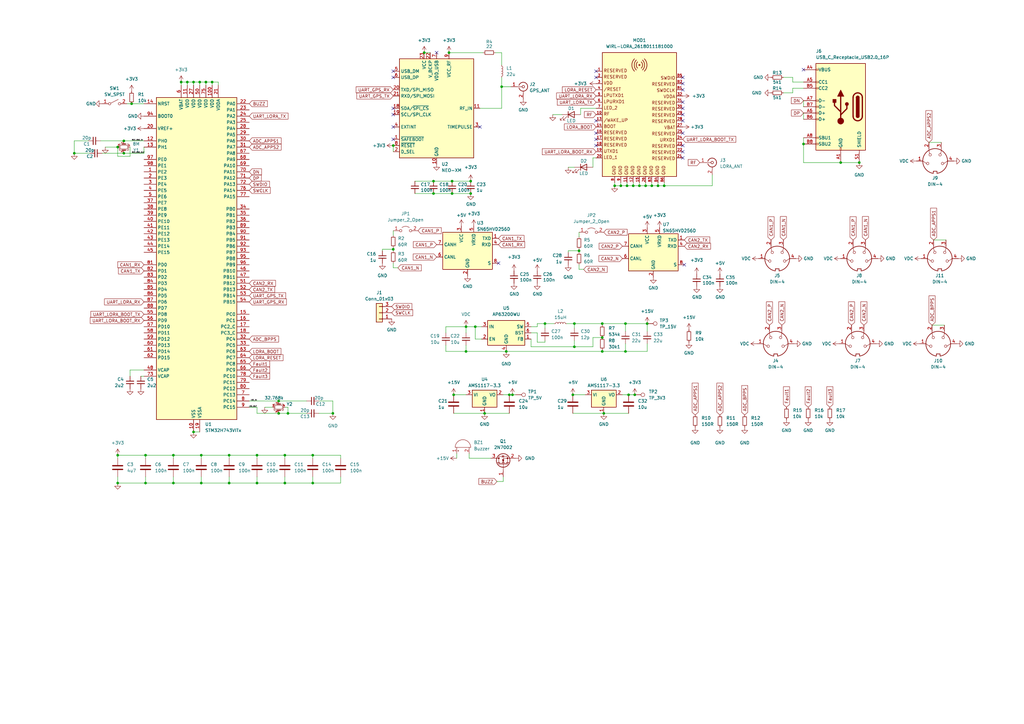
<source format=kicad_sch>
(kicad_sch (version 20230121) (generator eeschema)
  (paper "A3")
  (title_block (title "Control Board") (date "2025-09-13") (rev "0.0.1") (company "NCKU Formula Racing"))
  (junction (at 173.99 21.59))
  (junction (at 30.48 62.865))
  (junction (at 53.975 42.545))
  (junction (at 48.26 60.325))
  (junction (at 50.8 57.785))
  (junction (at 59.69 186.69))
  (junction (at 74.295 33.655))
  (junction (at 184.15 21.59))
  (junction (at 254.635 76.2))
  (junction (at 161.29 102.235))
  (junction (at 329.565 59.055))
  (junction (at 128.27 198.12))
  (junction (at 116.84 198.12))
  (junction (at 48.26 186.69))
  (junction (at 234.95 161.925))
  (junction (at 269.875 76.2))
  (junction (at 161.29 59.69))
  (junction (at 210.185 161.925))
  (junction (at 259.715 76.2))
  (junction (at 81.915 33.655))
  (junction (at 79.375 33.655))
  (junction (at 82.55 186.69))
  (junction (at 264.795 76.2))
  (junction (at 118.11 169.545))
  (junction (at 186.055 161.925))
  (junction (at 247.015 138.43))
  (junction (at 256.54 144.145))
  (junction (at 256.54 132.715))
  (junction (at 114.3 169.545))
  (junction (at 82.55 198.12))
  (junction (at 262.255 76.2))
  (junction (at 71.12 186.69))
  (junction (at 247.65 169.545))
  (junction (at 257.175 76.2))
  (junction (at 205.74 35.56))
  (junction (at 344.805 66.675))
  (junction (at 185.42 74.295))
  (junction (at 93.98 186.69))
  (junction (at 71.12 198.12))
  (junction (at 235.585 132.715))
  (junction (at 235.585 142.24))
  (junction (at 93.98 198.12))
  (junction (at 272.415 76.2))
  (junction (at 237.49 102.87))
  (junction (at 260.35 161.925))
  (junction (at 185.42 79.375))
  (junction (at 50.8 62.865))
  (junction (at 198.755 169.545))
  (junction (at 76.835 33.655))
  (junction (at 105.41 198.12))
  (junction (at 352.425 66.675))
  (junction (at 79.375 177.165))
  (junction (at 114.3 164.465))
  (junction (at 257.81 161.925))
  (junction (at 116.84 186.69))
  (junction (at 136.525 169.545))
  (junction (at 191.135 144.145))
  (junction (at 59.69 198.12))
  (junction (at 177.8 79.375))
  (junction (at 267.335 76.2))
  (junction (at 252.095 76.2))
  (junction (at 208.915 161.925))
  (junction (at 128.27 186.69))
  (junction (at 265.43 132.715))
  (junction (at 48.26 198.12))
  (junction (at 247.015 132.715))
  (junction (at 193.04 74.295))
  (junction (at 207.645 144.145))
  (junction (at 86.995 33.655))
  (junction (at 84.455 33.655))
  (junction (at 191.135 133.985))
  (junction (at 193.04 79.375))
  (junction (at 194.945 133.985))
  (junction (at 105.41 186.69))
  (junction (at 247.015 144.145))
  (junction (at 223.52 132.715))
  (junction (at 177.8 74.295))
  (no_connect (at 244.475 49.53))
  (no_connect (at 280.035 54.61))
  (no_connect (at 244.475 57.15))
  (no_connect (at 280.035 64.77))
  (no_connect (at 244.475 54.61))
  (no_connect (at 161.29 52.07))
  (no_connect (at 244.475 31.75))
  (no_connect (at 244.475 29.21))
  (no_connect (at 280.035 31.75))
  (no_connect (at 280.035 46.99))
  (no_connect (at 244.475 59.69))
  (no_connect (at 161.29 31.75))
  (no_connect (at 280.035 44.45))
  (no_connect (at 204.47 107.95))
  (no_connect (at 161.29 46.99))
  (no_connect (at 196.85 52.07))
  (no_connect (at 280.035 62.23))
  (no_connect (at 280.035 34.29))
  (no_connect (at 329.565 28.575))
  (no_connect (at 280.67 108.585))
  (no_connect (at 280.035 59.69))
  (no_connect (at 280.035 41.91))
  (no_connect (at 280.035 49.53))
  (no_connect (at 280.035 36.83))
  (no_connect (at 161.29 44.45))
  (no_connect (at 161.29 29.21))
  (no_connect (at 179.07 21.59))
  (no_connect (at 161.29 57.15))
  (wire (pts (xy 203.835 197.485) (xy 206.375 197.485)))
  (wire (pts (xy 76.835 33.655) (xy 79.375 33.655)))
  (wire (pts (xy 43.18 60.325) (xy 48.26 60.325)))
  (wire (pts (xy 254.635 76.2) (xy 257.175 76.2)))
  (wire (pts (xy 163.195 109.855) (xy 161.29 109.855)))
  (wire (pts (xy 82.55 186.69) (xy 82.55 187.96)))
  (wire (pts (xy 59.69 198.12) (xy 71.12 198.12)))
  (wire (pts (xy 269.875 74.93) (xy 269.875 76.2)))
  (wire (pts (xy 82.55 186.69) (xy 71.12 186.69)))
  (wire (pts (xy 136.525 164.465) (xy 130.81 164.465)))
  (wire (pts (xy 329.565 66.675) (xy 344.805 66.675)))
  (wire (pts (xy 48.26 198.12) (xy 59.69 198.12)))
  (wire (pts (xy 257.175 76.2) (xy 259.715 76.2)))
  (wire (pts (xy 52.07 42.545) (xy 53.975 42.545)))
  (wire (pts (xy 114.3 164.465) (xy 102.235 164.465)))
  (wire (pts (xy 182.88 133.985) (xy 182.88 136.525)))
  (wire (pts (xy 105.41 186.69) (xy 93.98 186.69)))
  (wire (pts (xy 161.29 59.69) (xy 161.29 62.23)))
  (wire (pts (xy 257.81 161.925) (xy 255.27 161.925)))
  (wire (pts (xy 206.375 197.485) (xy 206.375 195.58)))
  (wire (pts (xy 256.54 144.145) (xy 265.43 144.145)))
  (wire (pts (xy 235.585 132.715) (xy 247.015 132.715)))
  (wire (pts (xy 220.345 132.715) (xy 223.52 132.715)))
  (wire (pts (xy 48.26 186.69) (xy 59.69 186.69)))
  (wire (pts (xy 118.11 169.545) (xy 114.3 169.545)))
  (wire (pts (xy 259.715 74.93) (xy 259.715 76.2)))
  (wire (pts (xy 192.405 186.055) (xy 192.405 187.96)))
  (wire (pts (xy 267.335 76.2) (xy 269.875 76.2)))
  (wire (pts (xy 186.055 169.545) (xy 198.755 169.545)))
  (wire (pts (xy 161.29 101.6) (xy 161.29 102.235)))
  (wire (pts (xy 41.275 57.785) (xy 50.8 57.785)))
  (wire (pts (xy 233.045 102.87) (xy 233.045 103.505)))
  (wire (pts (xy 139.7 187.96) (xy 139.7 186.69)))
  (wire (pts (xy 198.755 169.545) (xy 208.915 169.545)))
  (wire (pts (xy 243.205 138.43) (xy 247.015 138.43)))
  (wire (pts (xy 264.795 76.2) (xy 267.335 76.2)))
  (wire (pts (xy 50.8 62.865) (xy 59.055 62.865)))
  (wire (pts (xy 217.805 136.525) (xy 220.345 136.525)))
  (wire (pts (xy 116.84 198.12) (xy 116.84 195.58)))
  (wire (pts (xy 238.125 44.45) (xy 244.475 44.45)))
  (wire (pts (xy 329.565 59.055) (xy 329.565 66.675)))
  (wire (pts (xy 114.3 169.545) (xy 105.41 169.545)))
  (wire (pts (xy 191.135 133.985) (xy 191.135 136.525)))
  (wire (pts (xy 262.255 74.93) (xy 262.255 76.2)))
  (wire (pts (xy 247.015 143.51) (xy 247.015 144.145)))
  (wire (pts (xy 161.29 102.235) (xy 161.29 102.87)))
  (wire (pts (xy 53.34 60.325) (xy 53.34 64.135)))
  (wire (pts (xy 208.915 161.925) (xy 206.375 161.925)))
  (wire (pts (xy 84.455 33.655) (xy 84.455 34.925)))
  (wire (pts (xy 57.785 154.305) (xy 59.055 154.305)))
  (wire (pts (xy 48.26 64.135) (xy 48.26 60.325)))
  (wire (pts (xy 252.095 76.2) (xy 254.635 76.2)))
  (wire (pts (xy 93.98 198.12) (xy 105.41 198.12)))
  (wire (pts (xy 81.915 33.655) (xy 81.915 34.925)))
  (wire (pts (xy 136.525 169.545) (xy 130.81 169.545)))
  (wire (pts (xy 170.18 79.375) (xy 177.8 79.375)))
  (wire (pts (xy 237.49 95.25) (xy 237.49 97.155)))
  (wire (pts (xy 139.7 198.12) (xy 139.7 195.58)))
  (wire (pts (xy 182.88 133.985) (xy 191.135 133.985)))
  (wire (pts (xy 53.975 42.545) (xy 59.055 42.545)))
  (wire (pts (xy 79.375 177.165) (xy 81.915 177.165)))
  (wire (pts (xy 173.99 21.59) (xy 176.53 21.59)))
  (wire (pts (xy 247.015 133.35) (xy 247.015 132.715)))
  (wire (pts (xy 220.345 140.335) (xy 223.52 140.335)))
  (wire (pts (xy 235.585 132.715) (xy 235.585 134.62)))
  (wire (pts (xy 329.565 56.515) (xy 329.565 59.055)))
  (wire (pts (xy 205.74 44.45) (xy 205.74 35.56)))
  (wire (pts (xy 128.27 195.58) (xy 128.27 198.12)))
  (wire (pts (xy 382.27 133.35) (xy 387.35 133.35)))
  (wire (pts (xy 243.205 68.58) (xy 243.205 64.77)))
  (wire (pts (xy 59.69 195.58) (xy 59.69 198.12)))
  (wire (pts (xy 128.27 186.69) (xy 128.27 187.96)))
  (wire (pts (xy 41.91 62.865) (xy 50.8 62.865)))
  (wire (pts (xy 194.945 139.065) (xy 197.485 139.065)))
  (wire (pts (xy 105.41 198.12) (xy 116.84 198.12)))
  (wire (pts (xy 223.52 134.62) (xy 223.52 132.715)))
  (wire (pts (xy 259.715 76.2) (xy 262.255 76.2)))
  (wire (pts (xy 191.135 144.145) (xy 207.645 144.145)))
  (wire (pts (xy 325.12 33.655) (xy 329.565 33.655)))
  (wire (pts (xy 93.98 186.69) (xy 93.98 187.96)))
  (wire (pts (xy 257.175 74.93) (xy 257.175 76.2)))
  (wire (pts (xy 111.76 167.005) (xy 108.585 167.005)))
  (wire (pts (xy 325.12 38.1) (xy 321.31 38.1)))
  (wire (pts (xy 71.12 195.58) (xy 71.12 198.12)))
  (wire (pts (xy 161.29 109.855) (xy 161.29 107.95)))
  (wire (pts (xy 74.295 34.925) (xy 74.295 33.655)))
  (wire (pts (xy 256.54 135.89) (xy 256.54 132.715)))
  (wire (pts (xy 184.15 21.59) (xy 198.12 21.59)))
  (wire (pts (xy 256.54 144.145) (xy 247.015 144.145)))
  (wire (pts (xy 237.49 110.49) (xy 237.49 108.585)))
  (wire (pts (xy 48.26 195.58) (xy 48.26 198.12)))
  (wire (pts (xy 177.8 74.295) (xy 185.42 74.295)))
  (wire (pts (xy 205.74 35.56) (xy 209.55 35.56)))
  (wire (pts (xy 79.375 33.655) (xy 79.375 34.925)))
  (wire (pts (xy 220.345 133.985) (xy 217.805 133.985)))
  (wire (pts (xy 30.48 57.785) (xy 36.195 57.785)))
  (wire (pts (xy 59.69 186.69) (xy 59.69 187.96)))
  (wire (pts (xy 269.875 76.2) (xy 272.415 76.2)))
  (wire (pts (xy 205.74 31.75) (xy 205.74 35.56)))
  (wire (pts (xy 187.325 187.96) (xy 187.325 186.055)))
  (wire (pts (xy 53.34 151.765) (xy 53.34 154.305)))
  (wire (pts (xy 161.29 94.615) (xy 161.29 96.52)))
  (wire (pts (xy 59.055 62.865) (xy 59.055 60.325)))
  (wire (pts (xy 125.73 169.545) (xy 118.11 169.545)))
  (wire (pts (xy 382.905 98.425) (xy 387.985 98.425)))
  (wire (pts (xy 79.375 33.655) (xy 81.915 33.655)))
  (wire (pts (xy 105.41 195.58) (xy 105.41 198.12)))
  (wire (pts (xy 262.255 76.2) (xy 264.795 76.2)))
  (wire (pts (xy 71.12 186.69) (xy 59.69 186.69)))
  (wire (pts (xy 125.73 164.465) (xy 114.3 164.465)))
  (wire (pts (xy 185.42 74.295) (xy 193.04 74.295)))
  (wire (pts (xy 256.54 140.97) (xy 256.54 144.145)))
  (wire (pts (xy 381 58.42) (xy 386.08 58.42)))
  (wire (pts (xy 265.43 140.97) (xy 265.43 144.145)))
  (wire (pts (xy 53.34 64.135) (xy 48.26 64.135)))
  (wire (pts (xy 247.015 132.715) (xy 256.54 132.715)))
  (wire (pts (xy 234.95 169.545) (xy 247.65 169.545)))
  (wire (pts (xy 247.65 169.545) (xy 257.81 169.545)))
  (wire (pts (xy 235.585 142.24) (xy 243.205 142.24)))
  (wire (pts (xy 243.205 142.24) (xy 243.205 138.43)))
  (wire (pts (xy 71.12 186.69) (xy 71.12 187.96)))
  (wire (pts (xy 105.41 186.69) (xy 116.84 186.69)))
  (wire (pts (xy 136.525 169.545) (xy 136.525 164.465)))
  (wire (pts (xy 59.055 151.765) (xy 53.34 151.765)))
  (wire (pts (xy 264.795 74.93) (xy 264.795 76.2)))
  (wire (pts (xy 256.54 132.715) (xy 265.43 132.715)))
  (wire (pts (xy 254.635 74.93) (xy 254.635 76.2)))
  (wire (pts (xy 205.74 21.59) (xy 205.74 26.67)))
  (wire (pts (xy 217.805 139.065) (xy 217.805 142.24)))
  (wire (pts (xy 226.695 46.99) (xy 230.505 46.99)))
  (wire (pts (xy 325.12 31.75) (xy 325.12 33.655)))
  (wire (pts (xy 329.565 36.195) (xy 325.12 36.195)))
  (wire (pts (xy 71.12 198.12) (xy 82.55 198.12)))
  (wire (pts (xy 82.55 195.58) (xy 82.55 198.12)))
  (wire (pts (xy 116.84 167.005) (xy 118.11 167.005)))
  (wire (pts (xy 243.205 64.77) (xy 244.475 64.77)))
  (wire (pts (xy 128.27 198.12) (xy 139.7 198.12)))
  (wire (pts (xy 267.335 74.93) (xy 267.335 76.2)))
  (wire (pts (xy 156.845 102.235) (xy 161.29 102.235)))
  (wire (pts (xy 93.98 195.58) (xy 93.98 198.12)))
  (wire (pts (xy 292.1 76.2) (xy 292.1 71.755)))
  (wire (pts (xy 105.41 169.545) (xy 105.41 167.005)))
  (wire (pts (xy 186.055 161.925) (xy 191.135 161.925)))
  (wire (pts (xy 321.31 31.75) (xy 325.12 31.75)))
  (wire (pts (xy 329.565 46.355) (xy 329.565 48.895)))
  (wire (pts (xy 156.845 102.235) (xy 156.845 102.87)))
  (wire (pts (xy 105.41 186.69) (xy 105.41 187.96)))
  (wire (pts (xy 105.41 167.005) (xy 102.235 167.005)))
  (wire (pts (xy 260.35 161.925) (xy 257.81 161.925)))
  (wire (pts (xy 182.88 141.605) (xy 182.88 144.145)))
  (wire (pts (xy 325.12 36.195) (xy 325.12 38.1)))
  (wire (pts (xy 48.26 187.96) (xy 48.26 186.69)))
  (wire (pts (xy 50.8 57.785) (xy 59.055 57.785)))
  (wire (pts (xy 93.98 186.69) (xy 82.55 186.69)))
  (wire (pts (xy 329.565 41.275) (xy 329.565 43.815)))
  (wire (pts (xy 177.8 79.375) (xy 185.42 79.375)))
  (wire (pts (xy 234.95 161.925) (xy 240.03 161.925)))
  (wire (pts (xy 89.535 34.925) (xy 89.535 33.655)))
  (wire (pts (xy 237.49 102.87) (xy 237.49 103.505)))
  (wire (pts (xy 210.185 161.925) (xy 208.915 161.925)))
  (wire (pts (xy 76.835 33.655) (xy 76.835 34.925)))
  (wire (pts (xy 237.49 102.235) (xy 237.49 102.87)))
  (wire (pts (xy 191.135 133.985) (xy 194.945 133.985)))
  (wire (pts (xy 185.42 79.375) (xy 193.04 79.375)))
  (wire (pts (xy 89.535 33.655) (xy 86.995 33.655)))
  (wire (pts (xy 220.345 136.525) (xy 220.345 140.335)))
  (wire (pts (xy 170.18 74.295) (xy 177.8 74.295)))
  (wire (pts (xy 211.455 161.925) (xy 210.185 161.925)))
  (wire (pts (xy 223.52 140.335) (xy 223.52 139.7)))
  (wire (pts (xy 191.135 141.605) (xy 191.135 144.145)))
  (wire (pts (xy 344.805 66.675) (xy 352.425 66.675)))
  (wire (pts (xy 233.045 68.58) (xy 235.585 68.58)))
  (wire (pts (xy 233.045 102.87) (xy 237.49 102.87)))
  (wire (pts (xy 118.11 167.005) (xy 118.11 169.545)))
  (wire (pts (xy 265.43 132.715) (xy 265.43 135.89)))
  (wire (pts (xy 220.345 132.715) (xy 220.345 133.985)))
  (wire (pts (xy 194.945 133.985) (xy 197.485 133.985)))
  (wire (pts (xy 272.415 76.2) (xy 292.1 76.2)))
  (wire (pts (xy 232.41 132.715) (xy 235.585 132.715)))
  (wire (pts (xy 192.405 187.96) (xy 201.295 187.96)))
  (wire (pts (xy 30.48 62.865) (xy 36.83 62.865)))
  (wire (pts (xy 247.015 144.145) (xy 207.645 144.145)))
  (wire (pts (xy 196.85 44.45) (xy 205.74 44.45)))
  (wire (pts (xy 86.995 33.655) (xy 86.995 34.925)))
  (wire (pts (xy 84.455 33.655) (xy 86.995 33.655)))
  (wire (pts (xy 128.27 186.69) (xy 139.7 186.69)))
  (wire (pts (xy 252.095 74.93) (xy 252.095 76.2)))
  (wire (pts (xy 116.84 186.69) (xy 116.84 187.96)))
  (wire (pts (xy 238.125 44.45) (xy 238.125 46.99)))
  (wire (pts (xy 116.84 198.12) (xy 128.27 198.12)))
  (wire (pts (xy 203.2 21.59) (xy 205.74 21.59)))
  (wire (pts (xy 74.295 33.655) (xy 76.835 33.655)))
  (wire (pts (xy 223.52 132.715) (xy 227.33 132.715)))
  (wire (pts (xy 235.585 142.24) (xy 235.585 139.7)))
  (wire (pts (xy 82.55 198.12) (xy 93.98 198.12)))
  (wire (pts (xy 30.48 62.865) (xy 30.48 57.785)))
  (wire (pts (xy 194.945 133.985) (xy 194.945 139.065)))
  (wire (pts (xy 116.84 186.69) (xy 128.27 186.69)))
  (wire (pts (xy 239.395 110.49) (xy 237.49 110.49)))
  (wire (pts (xy 182.88 144.145) (xy 191.135 144.145)))
  (wire (pts (xy 81.915 33.655) (xy 84.455 33.655)))
  (wire (pts (xy 217.805 142.24) (xy 235.585 142.24)))
  (wire (pts (xy 272.415 74.93) (xy 272.415 76.2)))
  (label "LSE_OUT" (at 105.41 167.005 180) (effects (font (size 0.5 0.5))))
  (label "LSE_IN" (at 105.41 164.465 180) (effects (font (size 0.5 0.5))))
  (label "RCC_OSC_OUT" (at 53.975 62.865 0) (effects (font (size 0.5 0.5))))
  (label "RCC_OSC_IN" (at 53.975 57.785 0) (effects (font (size 0.5 0.5))))
  (global_label "LORA_BOOT" (shape input) (at 244.475 52.07 180) (property "Intersheetrefs" "${INTERSHEET_REFS}" (effects hide)))
  (global_label "CAN2_P" (shape input) (at 315.595 133.35 90) (property "Intersheetrefs" "${INTERSHEET_REFS}" (effects hide)))
  (global_label "CAN2_N" (shape input) (at 320.675 133.35 90) (property "Intersheetrefs" "${INTERSHEET_REFS}" (effects hide)))
  (global_label "LORA_RESET" (shape input) (at 244.475 36.83 180) (property "Intersheetrefs" "${INTERSHEET_REFS}" (effects hide)))
  (global_label "CAN2_N" (shape input) (at 255.27 106.045 180) (property "Intersheetrefs" "${INTERSHEET_REFS}" (effects hide)))
  (global_label "Fault1" (shape input) (at 322.58 167.005 90) (property "Intersheetrefs" "${INTERSHEET_REFS}" (effects hide)))
  (global_label "UART_GPS_RX" (shape input) (at 161.29 36.83 180) (property "Intersheetrefs" "${INTERSHEET_REFS}" (effects hide)))
  (global_label "CAN1_N" (shape input) (at 163.195 109.855 0) (property "Intersheetrefs" "${INTERSHEET_REFS}" (effects hide)))
  (global_label "SWDIO" (shape input) (at 160.655 125.73 0) (property "Intersheetrefs" "${INTERSHEET_REFS}" (effects hide)))
  (global_label "ADC_APPS2" (shape input) (at 295.275 170.18 90) (property "Intersheetrefs" "${INTERSHEET_REFS}" (effects hide)))
  (global_label "CAN2_TX" (shape input) (at 280.67 98.425 0) (property "Intersheetrefs" "${INTERSHEET_REFS}" (effects hide)))
  (global_label "CAN1_N" (shape input) (at 179.07 105.41 180) (property "Intersheetrefs" "${INTERSHEET_REFS}" (effects hide)))
  (global_label "Fault2" (shape input) (at 102.235 151.765 0) (property "Intersheetrefs" "${INTERSHEET_REFS}" (effects hide)))
  (global_label "CAN1_RX" (shape input) (at 59.055 108.585 180) (property "Intersheetrefs" "${INTERSHEET_REFS}" (effects hide)))
  (global_label "UART_GPS_TX" (shape input) (at 102.235 121.285 0) (property "Intersheetrefs" "${INTERSHEET_REFS}" (effects hide)))
  (global_label "ADC_APPS2" (shape input) (at 381 58.42 90) (property "Intersheetrefs" "${INTERSHEET_REFS}" (effects hide)))
  (global_label "CAN1_TX" (shape input) (at 204.47 97.79 0) (property "Intersheetrefs" "${INTERSHEET_REFS}" (effects hide)))
  (global_label "CAN1_P" (shape input) (at 316.23 98.425 90) (property "Intersheetrefs" "${INTERSHEET_REFS}" (effects hide)))
  (global_label "DN" (shape input) (at 102.235 70.485 0) (property "Intersheetrefs" "${INTERSHEET_REFS}" (effects hide)))
  (global_label "ADC_APPS1" (shape input) (at 285.115 170.18 90) (property "Intersheetrefs" "${INTERSHEET_REFS}" (effects hide)))
  (global_label "UART_LORA_BOOT_TX" (shape input) (at 280.035 57.15 0) (property "Intersheetrefs" "${INTERSHEET_REFS}" (effects hide)))
  (global_label "CAN1_TX" (shape input) (at 59.055 111.125 180) (property "Intersheetrefs" "${INTERSHEET_REFS}" (effects hide)))
  (global_label "CAN2_N" (shape input) (at 239.395 110.49 0) (property "Intersheetrefs" "${INTERSHEET_REFS}" (effects hide)))
  (global_label "CAN1_P" (shape input) (at 179.07 100.33 180) (property "Intersheetrefs" "${INTERSHEET_REFS}" (effects hide)))
  (global_label "UART_LORA_RX" (shape input) (at 244.475 39.37 180) (property "Intersheetrefs" "${INTERSHEET_REFS}" (effects hide)))
  (global_label "Fault1" (shape input) (at 102.235 149.225 0) (property "Intersheetrefs" "${INTERSHEET_REFS}" (effects hide)))
  (global_label "ADC_APPS1" (shape input) (at 382.905 98.425 90) (property "Intersheetrefs" "${INTERSHEET_REFS}" (effects hide)))
  (global_label "SWCLK" (shape input) (at 160.655 128.27 0) (property "Intersheetrefs" "${INTERSHEET_REFS}" (effects hide)))
  (global_label "CAN2_RX" (shape input) (at 280.67 100.965 0) (property "Intersheetrefs" "${INTERSHEET_REFS}" (effects hide)))
  (global_label "LORA_RESET" (shape input) (at 102.235 146.685 0) (property "Intersheetrefs" "${INTERSHEET_REFS}" (effects hide)))
  (global_label "DN" (shape input) (at 329.565 41.275 180) (property "Intersheetrefs" "${INTERSHEET_REFS}" (effects hide)))
  (global_label "SWCLK" (shape input) (at 102.235 78.105 0) (property "Intersheetrefs" "${INTERSHEET_REFS}" (effects hide)))
  (global_label "UART_LORA_TX" (shape input) (at 102.235 47.625 0) (property "Intersheetrefs" "${INTERSHEET_REFS}" (effects hide)))
  (global_label "UART_LORA_BOOT_TX" (shape input) (at 59.055 128.905 180) (property "Intersheetrefs" "${INTERSHEET_REFS}" (effects hide)))
  (global_label "CAN1_N" (shape input) (at 354.965 98.425 90) (property "Intersheetrefs" "${INTERSHEET_REFS}" (effects hide)))
  (global_label "Fault2" (shape input) (at 331.47 167.005 90) (property "Intersheetrefs" "${INTERSHEET_REFS}" (effects hide)))
  (global_label "CAN1_N" (shape input) (at 321.31 98.425 90) (property "Intersheetrefs" "${INTERSHEET_REFS}" (effects hide)))
  (global_label "UART_LORA_RX" (shape input) (at 59.055 123.825 180) (property "Intersheetrefs" "${INTERSHEET_REFS}" (effects hide)))
  (global_label "ADC_BPPS" (shape input) (at 102.235 139.065 0) (property "Intersheetrefs" "${INTERSHEET_REFS}" (effects hide)))
  (global_label "UART_LORA_TX" (shape input) (at 244.475 41.91 180) (property "Intersheetrefs" "${INTERSHEET_REFS}" (effects hide)))
  (global_label "CAN2_RX" (shape input) (at 102.235 116.205 0) (property "Intersheetrefs" "${INTERSHEET_REFS}" (effects hide)))
  (global_label "UART_LORA_BOOT_RX" (shape input) (at 59.055 131.445 180) (property "Intersheetrefs" "${INTERSHEET_REFS}" (effects hide)))
  (global_label "CAN2_N" (shape input) (at 354.33 133.35 90) (property "Intersheetrefs" "${INTERSHEET_REFS}" (effects hide)))
  (global_label "UART_GPS_RX" (shape input) (at 102.235 123.825 0) (property "Intersheetrefs" "${INTERSHEET_REFS}" (effects hide)))
  (global_label "RF" (shape input) (at 244.475 46.99 180) (property "Intersheetrefs" "${INTERSHEET_REFS}" (effects hide)))
  (global_label "Fault3" (shape input) (at 340.36 167.005 90) (property "Intersheetrefs" "${INTERSHEET_REFS}" (effects hide)))
  (global_label "CAN2_P" (shape input) (at 247.65 95.25 0) (property "Intersheetrefs" "${INTERSHEET_REFS}" (effects hide)))
  (global_label "RF" (shape input) (at 287.02 66.675 180) (property "Intersheetrefs" "${INTERSHEET_REFS}" (effects hide)))
  (global_label "SWDIO" (shape input) (at 102.235 75.565 0) (property "Intersheetrefs" "${INTERSHEET_REFS}" (effects hide)))
  (global_label "BUZZ" (shape input) (at 102.235 42.545 0) (property "Intersheetrefs" "${INTERSHEET_REFS}" (effects hide)))
  (global_label "ADC_APPS1" (shape input) (at 102.235 57.785 0) (property "Intersheetrefs" "${INTERSHEET_REFS}" (effects hide)))
  (global_label "CAN1_P" (shape input) (at 349.885 98.425 90) (property "Intersheetrefs" "${INTERSHEET_REFS}" (effects hide)))
  (global_label "DP" (shape input) (at 102.235 73.025 0) (property "Intersheetrefs" "${INTERSHEET_REFS}" (effects hide)))
  (global_label "BUZZ" (shape input) (at 203.835 197.485 180) (property "Intersheetrefs" "${INTERSHEET_REFS}" (effects hide)))
  (global_label "LORA_BOOT" (shape input) (at 102.235 144.145 0) (property "Intersheetrefs" "${INTERSHEET_REFS}" (effects hide)))
  (global_label "ADC_BPPS" (shape input) (at 305.435 170.18 90) (property "Intersheetrefs" "${INTERSHEET_REFS}" (effects hide)))
  (global_label "CAN2_P" (shape input) (at 255.27 100.965 180) (property "Intersheetrefs" "${INTERSHEET_REFS}" (effects hide)))
  (global_label "Fault3" (shape input) (at 102.235 154.305 0) (property "Intersheetrefs" "${INTERSHEET_REFS}" (effects hide)))
  (global_label "DP" (shape input) (at 329.565 46.355 180) (property "Intersheetrefs" "${INTERSHEET_REFS}" (effects hide)))
  (global_label "UART_GPS_TX" (shape input) (at 161.29 39.37 180) (property "Intersheetrefs" "${INTERSHEET_REFS}" (effects hide)))
  (global_label "CAN1_RX" (shape input) (at 204.47 100.33 0) (property "Intersheetrefs" "${INTERSHEET_REFS}" (effects hide)))
  (global_label "CAN2_P" (shape input) (at 349.25 133.35 90) (property "Intersheetrefs" "${INTERSHEET_REFS}" (effects hide)))
  (global_label "CAN2_TX" (shape input) (at 102.235 118.745 0) (property "Intersheetrefs" "${INTERSHEET_REFS}" (effects hide)))
  (global_label "ADC_APPS2" (shape input) (at 102.235 60.325 0) (property "Intersheetrefs" "${INTERSHEET_REFS}" (effects hide)))
  (global_label "CAN1_P" (shape input) (at 171.45 94.615 0) (property "Intersheetrefs" "${INTERSHEET_REFS}" (effects hide)))
  (global_label "ADC_BPPS" (shape input) (at 382.27 133.35 90) (property "Intersheetrefs" "${INTERSHEET_REFS}" (effects hide)))
  (global_label "UART_LORA_BOOT_RX" (shape input) (at 244.475 62.23 180) (property "Intersheetrefs" "${INTERSHEET_REFS}" (effects hide)))
  (symbol (lib_id "Device:C") (at 139.7 191.77 0) (unit 1)
    (property "Reference" "C15" (at 143.51 190.5 0) (effects (justify left)))
    (property "Value" "100n" (at 143.51 193.04 0) (effects (justify left)))
    (property "Footprint" "Capacitor_SMD:C_0603_1608Metric" (effects hide))
  )
  (symbol (lib_id "power:GND") (at 59.055 47.625 270) (unit 1)
    (property "Reference" "#PWR09" (effects hide))
    (property "Value" "GND" (at 56.515 47.625 90) (effects (justify right)))
  )
  (symbol (lib_id "power:GND") (at 285.115 175.26 0) (unit 1)
    (property "Reference" "#PWR054" (effects hide))
    (property "Value" "GND" (at 285.115 181.61 0))
  )
  (symbol (lib_id "Connector:DIN-4") (at 383.54 66.04 0) (unit 1)
    (property "Reference" "J9" (at 383.5401 73.025 0))
    (property "Value" "DIN-4" (at 383.5401 75.565 0))
    (property "Datasheet" "http://www.mouser.com/ds/2/18/40_c091_abd_e-75918.pdf" (effects hide))
  )
  (symbol (lib_id "Connector_Generic:Conn_01x03") (at 155.575 128.27 180) (unit 1)
    (property "Reference" "J1" (at 155.575 120.015 0))
    (property "Value" "Conn_01x03" (at 155.575 122.555 0))
    (property "Footprint" "Connector_PinHeader_2.54mm:PinHeader_1x03_P2.54mm_Vertical" (effects hide))
  )
  (symbol (lib_id "Device:C") (at 128.27 191.77 0) (unit 1)
    (property "Reference" "C14" (at 132.08 190.5 0) (effects (justify left)))
    (property "Value" "100n" (at 132.08 193.04 0) (effects (justify left)))
    (property "Footprint" "Capacitor_SMD:C_0603_1608Metric" (effects hide))
  )
  (symbol (lib_id "power:VDC") (at 311.15 106.045 90) (unit 1)
    (property "Reference" "#PWR062" (effects hide))
    (property "Value" "VDC" (at 307.975 106.045 90) (effects (justify left)))
  )
  (symbol (lib_id "power:GND") (at 160.655 130.81 0) (unit 1)
    (property "Reference" "#PWR016" (effects hide))
    (property "Value" "GND" (at 160.655 135.255 0))
  )
  (symbol (lib_id "power:GND") (at 393.065 106.045 90) (unit 1)
    (property "Reference" "#PWR080" (effects hide))
    (property "Value" "GND" (at 396.24 106.045 90) (effects (justify right)))
  )
  (symbol (lib_id "Device:L_Small") (at 205.74 29.21 0) (unit 1)
    (property "Reference" "L1" (at 207.645 27.9399 0) (effects (justify left)))
    (property "Value" "22u" (at 207.645 30.4799 0) (effects (justify left)))
    (property "Footprint" "Inductor_SMD:L_0805_2012Metric" (effects hide))
  )
  (symbol (lib_id "Device:R_Small") (at 161.29 99.06 0) (unit 1)
    (property "Reference" "R2" (at 163.195 97.79 0) (effects (justify left)))
    (property "Value" "60R" (at 163.195 100.33 0) (effects (justify left)))
    (property "Footprint" "Resistor_SMD:R_0603_1608Metric" (effects hide))
  )
  (symbol (lib_id "Connector:Conn_Coaxial") (at 292.1 66.675 0) (unit 1)
    (property "Reference" "J3" (at 295.275 65.6982 0) (effects (justify left)))
    (property "Value" "LORA_ANT" (at 295.275 68.2382 0) (effects (justify left)))
    (property "Footprint" "Connector_Coaxial:SMA_Amphenol_901-143_Horizontal" (effects hide))
    (property "Datasheet" " ~" (effects hide))
  )
  (symbol (lib_id "power:GND") (at 198.755 169.545 0) (unit 1)
    (property "Reference" "#PWR029" (effects hide))
    (property "Value" "GND" (at 198.755 173.99 0))
  )
  (symbol (lib_id "Connector:DIN-4") (at 351.79 140.97 0) (unit 1)
    (property "Reference" "J7" (at 351.7901 147.955 0))
    (property "Value" "DIN-4" (at 351.7901 150.495 0))
    (property "Datasheet" "http://www.mouser.com/ds/2/18/40_c091_abd_e-75918.pdf" (effects hide))
  )
  (symbol (lib_id "power:GND") (at 220.345 116.205 0) (unit 1)
    (property "Reference" "#PWR037" (effects hide))
    (property "Value" "GND" (at 220.472 120.5992 0))
  )
  (symbol (lib_id "Device:C_Small") (at 193.04 76.835 0) (unit 1)
    (property "Reference" "C23" (at 195.3768 75.6666 0) (effects (justify left)))
    (property "Value" "1u" (at 195.3768 77.978 0) (effects (justify left)))
    (property "Footprint" "Capacitor_SMD:C_0603_1608Metric" (effects hide))
  )
  (symbol (lib_id "power:GND") (at 391.16 66.04 90) (unit 1)
    (property "Reference" "#PWR078" (effects hide))
    (property "Value" "GND" (at 394.335 66.04 90) (effects (justify right)))
  )
  (symbol (lib_id "Connector:USB_C_Receptacle_USB2.0_16P") (at 344.805 43.815 0) (mirror y) (unit 1)
    (property "Reference" "J6" (at 334.645 20.955 0) (effects (justify right)))
    (property "Value" "USB_C_Receptacle_USB2.0_16P" (at 334.645 23.495 0) (effects (justify right)))
    (property "Footprint" "Connector_USB:USB_C_Receptacle_HRO_TYPE-C-31-M-12" (effects hide))
    (property "Datasheet" "https://www.usb.org/sites/default/files/documents/usb_type-c.zip" (effects hide))
  )
  (symbol (lib_id "Device:Crystal_GND24_Small") (at 50.8 60.325 270) (unit 1)
    (property "Reference" "Y1" (at 55.88 61.595 90))
    (property "Value" "8M" (at 55.88 59.055 90))
    (property "Footprint" "Crystal:Crystal_SMD_SeikoEpson_FA238-4Pin_3.2x2.5mm" (effects hide))
  )
  (symbol (lib_id "WIRL-LORA_2618011181000:WIRL-LORA_2618011181000") (at 262.255 46.99 0) (unit 1)
    (property "Reference" "MOD1" (at 262.255 16.51 0))
    (property "Value" "WIRL-LORA_2618011181000" (at 262.255 19.05 0))
    (property "Footprint" "WIRL-LORA_2618011181000:WE-FP-8" (effects hide))
    (property "MF" "Wurth Elektronik" (effects hide))
    (property "Description" "ID 0018DA 008A 000000 - FFFFFF RF protocol: LoRa-WAN 868 MHz smart antenna configuration (RF pin or UMRF connector) with RF shield, 16 mm x15 mm x 3 mm" (effects hide))
    (property "Package" "None" (effects hide))
    (property "Price" "None" (effects hide))
    (property "SnapEDA_Link" "https://www.snapeda.com/parts/2618011181000/Wurth+Electronics/view-part/?ref=snap" (effects hide))
    (property "MP" "2618011181000" (effects hide))
    (property "Availability" "Not in stock" (effects hide))
    (property "Check_prices" "https://www.snapeda.com/parts/2618011181000/Wurth+Electronics/view-part/?ref=eda" (effects hide))
  )
  (symbol (lib_id "power:+5V") (at 234.95 161.925 0) (unit 1)
    (property "Reference" "#PWR041" (effects hide))
    (property "Value" "+5V" (at 234.95 156.845 0))
  )
  (symbol (lib_id "Regulator_Linear:AMS1117-3.3") (at 247.65 161.925 0) (unit 1)
    (property "Reference" "U6" (at 247.65 155.575 0))
    (property "Value" "AMS1117-3.3" (at 247.65 158.115 0))
    (property "Footprint" "Package_TO_SOT_SMD:SOT-223-3_TabPin2" (effects hide))
    (property "Datasheet" "http://www.advanced-monolithic.com/pdf/ds1117.pdf" (effects hide))
  )
  (symbol (lib_id "Device:C") (at 48.26 191.77 0) (unit 1)
    (property "Reference" "C3" (at 52.07 190.5 0) (effects (justify left)))
    (property "Value" "4u7" (at 52.07 193.04 0) (effects (justify left)))
    (property "Footprint" "Capacitor_SMD:C_0805_2012Metric" (effects hide))
  )
  (symbol (lib_id "Device:C_Small") (at 39.37 62.865 270) (unit 1)
    (property "Reference" "C2" (at 36.83 64.135 90))
    (property "Value" "20p" (at 36.83 61.595 90))
    (property "Footprint" "Capacitor_SMD:C_0603_1608Metric" (effects hide))
  )
  (symbol (lib_id "power:GND") (at 41.91 42.545 270) (unit 1)
    (property "Reference" "#PWR02" (effects hide))
    (property "Value" "GND" (at 39.37 42.545 90) (effects (justify right)))
  )
  (symbol (lib_id "power:GND") (at 316.23 31.75 270) (unit 1)
    (property "Reference" "#PWR063" (effects hide))
    (property "Value" "GND" (at 313.055 31.75 90) (effects (justify right)))
  )
  (symbol (lib_id "power:+3V3") (at 173.99 21.59 0) (unit 1)
    (property "Reference" "#PWR018" (effects hide))
    (property "Value" "+3V3" (at 173.99 16.51 0))
  )
  (symbol (lib_id "power:+3V3") (at 59.055 52.705 90) (unit 1)
    (property "Reference" "#PWR010" (effects hide))
    (property "Value" "+3V3" (at 55.88 52.705 90) (effects (justify left)))
  )
  (symbol (lib_id "Connector:DIN-4") (at 352.425 106.045 0) (unit 1)
    (property "Reference" "J8" (at 352.4251 113.03 0))
    (property "Value" "DIN-4" (at 352.4251 115.57 0))
    (property "Datasheet" "http://www.mouser.com/ds/2/18/40_c091_abd_e-75918.pdf" (effects hide))
  )
  (symbol (lib_id "Connector:DIN-4") (at 318.77 106.045 0) (unit 1)
    (property "Reference" "J5" (at 318.7701 113.03 0))
    (property "Value" "DIN-4" (at 318.7701 115.57 0))
    (property "Datasheet" "http://www.mouser.com/ds/2/18/40_c091_abd_e-75918.pdf" (effects hide))
  )
  (symbol (lib_id "power:GND") (at 295.275 117.475 0) (unit 1)
    (property "Reference" "#PWR058" (effects hide))
    (property "Value" "GND" (at 295.402 121.8692 0))
  )
  (symbol (lib_id "power:GND") (at 305.435 175.26 0) (unit 1)
    (property "Reference" "#PWR060" (effects hide))
    (property "Value" "GND" (at 305.435 181.61 0))
  )
  (symbol (lib_id "power:VDC") (at 377.825 106.045 90) (unit 1)
    (property "Reference" "#PWR077" (effects hide))
    (property "Value" "VDC" (at 374.65 106.045 90) (effects (justify left)))
  )
  (symbol (lib_id "Connector:DIN-4") (at 384.81 140.97 0) (unit 1)
    (property "Reference" "J10" (at 384.8101 147.955 0))
    (property "Value" "DIN-4" (at 384.8101 150.495 0))
    (property "Datasheet" "http://www.mouser.com/ds/2/18/40_c091_abd_e-75918.pdf" (effects hide))
  )
  (symbol (lib_id "power:+3V3") (at 74.295 33.655 0) (unit 1)
    (property "Reference" "#PWR011" (effects hide))
    (property "Value" "+3V3" (at 74.295 28.575 0))
  )
  (symbol (lib_id "power:GND") (at 392.43 140.97 90) (unit 1)
    (property "Reference" "#PWR079" (effects hide))
    (property "Value" "GND" (at 395.605 140.97 90) (effects (justify right)))
  )
  (symbol (lib_id "power:GND") (at 108.585 167.005 0) (mirror y) (unit 1)
    (property "Reference" "#PWR013" (effects hide))
    (property "Value" "GND" (effects hide))
  )
  (symbol (lib_id "Device:C_Small") (at 53.34 156.845 0) (mirror x) (unit 1)
    (property "Reference" "C4" (at 50.8 155.5686 0) (effects (justify right)))
    (property "Value" "2u2" (at 50.8 158.1086 0) (effects (justify right)))
    (property "Footprint" "Capacitor_SMD:C_0805_2012Metric" (effects hide))
  )
  (symbol (lib_id "Switch:SW_SPST") (at 46.99 42.545 0) (unit 1)
    (property "Reference" "SW1" (at 46.99 36.195 0))
    (property "Value" "SW_SPST" (at 46.99 38.735 0))
    (property "Footprint" "Button_Switch_SMD:SW_SPST_FSMSM" (effects hide))
  )
  (symbol (lib_id "Jumper:Jumper_2_Open") (at 166.37 94.615 0) (unit 1)
    (property "Reference" "JP1" (at 166.37 87.63 0))
    (property "Value" "Jumper_2_Open" (at 166.37 90.17 0))
    (property "Footprint" "PCM_Jumper_AKL:Jumper_P2.54mm_D1.2mm" (effects hide))
  )
  (symbol (lib_id "power:+3V3") (at 280.035 39.37 270) (unit 1)
    (property "Reference" "#PWR050" (effects hide))
    (property "Value" "+3V3" (at 283.845 39.37 90) (effects (justify left)))
  )
  (symbol (lib_id "Interface_CAN_LIN:SN65HVD256D") (at 191.77 102.87 0) (mirror y) (unit 1)
    (property "Reference" "U3" (at 195.58 91.44 0) (effects (justify right)))
    (property "Value" "SN65HVD256D" (at 195.58 93.98 0) (effects (justify right)))
    (property "Footprint" "Package_SO:SOIC-8_3.9x4.9mm_P1.27mm" (effects hide))
    (property "Datasheet" "https://www.ti.com/lit/ds/symlink/sn65hvd257.pdf" (effects hide))
  )
  (symbol (lib_id "Device:C_Small") (at 223.52 137.16 0) (unit 1)
    (property "Reference" "C27" (at 226.06 135.8963 0) (effects (justify left)))
    (property "Value" "100n" (at 226.06 138.4363 0) (effects (justify left)))
    (property "Footprint" "Capacitor_SMD:C_0603_1608Metric" (effects hide))
  )
  (symbol (lib_id "Device:C") (at 59.69 191.77 0) (unit 1)
    (property "Reference" "C6" (at 63.5 190.5 0) (effects (justify left)))
    (property "Value" "100n" (at 63.5 193.04 0) (effects (justify left)))
    (property "Footprint" "Capacitor_SMD:C_0603_1608Metric" (effects hide))
  )
  (symbol (lib_id "Device:LED") (at 234.315 46.99 0) (unit 1)
    (property "Reference" "D1" (at 234.315 44.45 0))
    (property "Value" "LED" (at 234.315 49.53 0))
    (property "Footprint" "LED_SMD:LED_0805_2012Metric" (effects hide))
  )
  (symbol (lib_id "power:+5V") (at 220.345 111.125 0) (unit 1)
    (property "Reference" "#PWR036" (effects hide))
    (property "Value" "+5V" (at 220.345 106.68 0))
  )
  (symbol (lib_id "power:GND") (at 325.755 140.97 90) (unit 1)
    (property "Reference" "#PWR066" (effects hide))
    (property "Value" "GND" (at 328.93 140.97 90) (effects (justify right)))
  )
  (symbol (lib_id "Device:C") (at 186.055 165.735 0) (unit 1)
    (property "Reference" "C21" (at 179.705 164.465 0) (effects (justify left)))
    (property "Value" "1u" (at 179.705 167.005 0) (effects (justify left)))
    (property "Footprint" "Capacitor_SMD:C_0603_1608Metric" (effects hide))
  )
  (symbol (lib_id "Device:R_Small") (at 282.575 137.795 0) (unit 1)
    (property "Reference" "R9" (at 285.115 136.525 0) (effects (justify left)))
    (property "Value" "10k" (at 285.115 139.065 0) (effects (justify left)))
    (property "Footprint" "Resistor_SMD:R_0603_1608Metric" (effects hide))
  )
  (symbol (lib_id "power:GND") (at 210.82 116.205 0) (unit 1)
    (property "Reference" "#PWR033" (effects hide))
    (property "Value" "GND" (at 210.947 120.5992 0))
  )
  (symbol (lib_id "Device:C") (at 93.98 191.77 0) (unit 1)
    (property "Reference" "C9" (at 97.79 190.5 0) (effects (justify left)))
    (property "Value" "100n" (at 97.79 193.04 0) (effects (justify left)))
    (property "Footprint" "Capacitor_SMD:C_0603_1608Metric" (effects hide))
  )
  (symbol (lib_id "Device:R_Small") (at 305.435 172.72 0) (unit 1)
    (property "Reference" "R12" (at 307.975 171.45 0) (effects (justify left)))
    (property "Value" "150R" (at 307.975 173.99 0) (effects (justify left)))
    (property "Footprint" "Resistor_SMD:R_0603_1608Metric" (effects hide))
  )
  (symbol (lib_id "power:+3V3") (at 161.29 59.69 90) (unit 1)
    (property "Reference" "#PWR017" (effects hide))
    (property "Value" "+3V3" (at 158.115 59.69 90) (effects (justify left)))
  )
  (symbol (lib_id "Device:C") (at 208.915 165.735 0) (unit 1)
    (property "Reference" "C24" (at 212.725 164.465 0) (effects (justify left)))
    (property "Value" "10u" (at 212.725 167.005 0) (effects (justify left)))
    (property "Footprint" "Capacitor_SMD:C_0805_2012Metric" (effects hide))
  )
  (symbol (lib_id "power:GND") (at 295.275 175.26 0) (unit 1)
    (property "Reference" "#PWR059" (effects hide))
    (property "Value" "GND" (at 295.275 181.61 0))
  )
  (symbol (lib_id "Device:L_Small") (at 229.87 132.715 90) (unit 1)
    (property "Reference" "L2" (at 229.87 127.635 90))
    (property "Value" "15uH" (at 229.87 130.175 90))
    (property "Footprint" "Inductor_SMD:L_Coilcraft_XAL6060-XXX" (effects hide))
  )
  (symbol (lib_id "power:GND") (at 136.525 169.545 0) (mirror y) (unit 1)
    (property "Reference" "#PWR014" (effects hide))
    (property "Value" "GND" (at 136.525 174.625 0))
  )
  (symbol (lib_id "Device:R_Small") (at 295.275 172.72 0) (unit 1)
    (property "Reference" "R11" (at 297.815 171.45 0) (effects (justify left)))
    (property "Value" "150R" (at 297.815 173.99 0) (effects (justify left)))
    (property "Footprint" "Resistor_SMD:R_0603_1608Metric" (effects hide))
  )
  (symbol (lib_id "power:GND") (at 207.645 144.145 0) (unit 1)
    (property "Reference" "#PWR030" (effects hide))
    (property "Value" "GND" (at 207.645 149.225 0))
  )
  (symbol (lib_id "power:GND") (at 233.045 68.58 0) (mirror y) (unit 1)
    (property "Reference" "#PWR039" (effects hide))
    (property "Value" "GND" (effects hide))
  )
  (symbol (lib_id "power:GND") (at 316.23 38.1 270) (unit 1)
    (property "Reference" "#PWR064" (effects hide))
    (property "Value" "GND" (at 312.42 38.1 90) (effects (justify right)))
  )
  (symbol (lib_id "Device:C_Small") (at 295.275 114.935 0) (unit 1)
    (property "Reference" "C35" (at 297.6118 113.7666 0) (effects (justify left)))
    (property "Value" "100n" (at 297.6118 116.078 0) (effects (justify left)))
    (property "Footprint" "Capacitor_SMD:C_0603_1608Metric" (effects hide))
  )
  (symbol (lib_id "power:GND") (at 352.425 66.675 0) (unit 1)
    (property "Reference" "#PWR072" (effects hide))
    (property "Value" "GND" (at 352.425 71.755 0))
  )
  (symbol (lib_id "Jumper:Jumper_2_Open") (at 242.57 95.25 0) (unit 1)
    (property "Reference" "JP2" (at 242.57 88.265 0))
    (property "Value" "Jumper_2_Open" (at 242.57 90.805 0))
    (property "Footprint" "PCM_Jumper_AKL:Jumper_P2.54mm_D1.2mm" (effects hide))
  )
  (symbol (lib_id "Device:C_Small") (at 185.42 76.835 0) (unit 1)
    (property "Reference" "C20" (at 187.7568 75.6666 0) (effects (justify left)))
    (property "Value" "100n" (at 187.7568 77.978 0) (effects (justify left)))
    (property "Footprint" "Capacitor_SMD:C_0603_1608Metric" (effects hide))
  )
  (symbol (lib_id "power:GND") (at 79.375 177.165 0) (unit 1)
    (property "Reference" "#PWR012" (effects hide))
    (property "Value" "GND" (effects hide))
  )
  (symbol (lib_id "power:GND") (at 179.07 67.31 0) (unit 1)
    (property "Reference" "#PWR019" (effects hide))
    (property "Value" "GND" (effects hide))
  )
  (symbol (lib_id "power:GND") (at 247.65 169.545 0) (unit 1)
    (property "Reference" "#PWR043" (effects hide))
    (property "Value" "GND" (at 247.65 173.99 0))
  )
  (symbol (lib_id "Device:C") (at 105.41 191.77 0) (unit 1)
    (property "Reference" "C10" (at 109.22 190.5 0) (effects (justify left)))
    (property "Value" "100n" (at 109.22 193.04 0) (effects (justify left)))
    (property "Footprint" "Capacitor_SMD:C_0603_1608Metric" (effects hide))
  )
  (symbol (lib_id "Device:LED") (at 239.395 68.58 0) (unit 1)
    (property "Reference" "D2" (at 239.395 66.04 0))
    (property "Value" "LED" (at 239.395 71.12 0))
    (property "Footprint" "LED_SMD:LED_0805_2012Metric" (effects hide))
  )
  (symbol (lib_id "power:+5V") (at 265.43 93.345 0) (unit 1)
    (property "Reference" "#PWR046" (effects hide))
    (property "Value" "+5V" (at 265.43 88.9 0))
  )
  (symbol (lib_id "power:GND") (at 285.75 117.475 0) (unit 1)
    (property "Reference" "#PWR056" (effects hide))
    (property "Value" "GND" (at 285.877 121.8692 0))
  )
  (symbol (lib_id "Device:R_Small") (at 200.66 21.59 90) (unit 1)
    (property "Reference" "R4" (at 200.66 17.145 90))
    (property "Value" "22" (at 200.66 19.05 90))
    (property "Footprint" "Resistor_SMD:R_0603_1608Metric" (effects hide))
  )
  (symbol (lib_id "RF_GPS:NEO-M8M") (at 179.07 44.45 0) (unit 1)
    (property "Reference" "U2" (at 181.0894 67.31 0) (effects (justify left)))
    (property "Value" "NEO-XM" (at 181.0894 69.85 0) (effects (justify left)))
    (property "Footprint" "RF_GPS:ublox_NEO" (effects hide))
    (property "Datasheet" "https://www.u-blox.com/sites/default/files/NEO-M8-FW3_DataSheet_%28UBX-15031086%29.pdf" (effects hide))
  )
  (symbol (lib_id "power:GND") (at 360.045 106.045 90) (unit 1)
    (property "Reference" "#PWR074" (effects hide))
    (property "Value" "GND" (at 363.22 106.045 90) (effects (justify right)))
  )
  (symbol (lib_id "power:GND") (at 193.04 79.375 0) (unit 1)
    (property "Reference" "#PWR027" (effects hide))
    (property "Value" "GND" (at 193.167 83.7692 0))
  )
  (symbol (lib_id "power:GND") (at 226.695 46.99 0) (mirror y) (unit 1)
    (property "Reference" "#PWR038" (effects hide))
    (property "Value" "GND" (effects hide))
  )
  (symbol (lib_id "power:GND") (at 53.34 159.385 0) (unit 1)
    (property "Reference" "#PWR06" (effects hide))
    (property "Value" "GND" (effects hide))
  )
  (symbol (lib_id "Device:R_Small") (at 247.015 135.89 0) (unit 1)
    (property "Reference" "R7" (at 249.555 134.62 0) (effects (justify left)))
    (property "Value" "534k" (at 249.555 137.16 0) (effects (justify left)))
    (property "Footprint" "Resistor_SMD:R_0603_1608Metric" (effects hide))
  )
  (symbol (lib_id "power:GND") (at 191.77 113.03 0) (unit 1)
    (property "Reference" "#PWR025" (effects hide))
    (property "Value" "GND" (at 191.77 117.475 0))
  )
  (symbol (lib_id "power:+5V") (at 210.185 161.925 0) (unit 1)
    (property "Reference" "#PWR031" (effects hide))
    (property "Value" "+5V" (at 210.185 156.845 0))
  )
  (symbol (lib_id "Device:C_Small") (at 128.27 164.465 90) (mirror x) (unit 1)
    (property "Reference" "C12" (at 131.445 165.735 90))
    (property "Value" "20p" (at 130.81 163.195 90))
    (property "Footprint" "Capacitor_SMD:C_0603_1608Metric" (effects hide))
  )
  (symbol (lib_id "power:+15V") (at 282.575 135.255 0) (unit 1)
    (property "Reference" "#PWR052" (effects hide))
    (property "Value" "+15V" (at 282.575 130.175 0))
  )
  (symbol (lib_id "power:VDC") (at 344.805 106.045 90) (unit 1)
    (property "Reference" "#PWR071" (effects hide))
    (property "Value" "VDC" (at 341.63 106.045 90) (effects (justify left)))
  )
  (symbol (lib_id "Device:R_Small") (at 247.015 140.97 0) (unit 1)
    (property "Reference" "R8" (at 249.555 139.7 0) (effects (justify left)))
    (property "Value" "30k1" (at 249.555 142.24 0) (effects (justify left)))
    (property "Footprint" "Resistor_SMD:R_0603_1608Metric" (effects hide))
  )
  (symbol (lib_id "power:+3V3") (at 210.82 111.125 0) (unit 1)
    (property "Reference" "#PWR032" (effects hide))
    (property "Value" "+3V3" (at 210.82 105.41 0))
  )
  (symbol (lib_id "power:+3V3") (at 260.35 161.925 0) (unit 1)
    (property "Reference" "#PWR045" (effects hide))
    (property "Value" "+3V3" (at 260.35 156.845 0))
  )
  (symbol (lib_id "Device:R_Small") (at 161.29 105.41 0) (unit 1)
    (property "Reference" "R3" (at 163.195 104.14 0) (effects (justify left)))
    (property "Value" "60R" (at 163.195 106.68 0) (effects (justify left)))
    (property "Footprint" "Resistor_SMD:R_0603_1608Metric" (effects hide))
  )
  (symbol (lib_id "Connector:DIN-4") (at 385.445 106.045 0) (unit 1)
    (property "Reference" "J11" (at 385.4451 113.03 0))
    (property "Value" "DIN-4" (at 385.4451 115.57 0))
    (property "Datasheet" "http://www.mouser.com/ds/2/18/40_c091_abd_e-75918.pdf" (effects hide))
  )
  (symbol (lib_id "power:+3V3") (at 285.75 112.395 0) (unit 1)
    (property "Reference" "#PWR055" (effects hide))
    (property "Value" "+3V3" (at 285.75 106.68 0))
  )
  (symbol (lib_id "Connector:TestPoint") (at 211.455 161.925 270) (unit 1)
    (property "Reference" "TP1" (at 216.535 160.655 90) (effects (justify left)))
    (property "Value" "TP_5V" (at 216.535 163.195 90) (effects (justify left)))
    (property "Footprint" "TestPoint:TestPoint_THTPad_D1.5mm_Drill0.7mm" (effects hide))
  )
  (symbol (lib_id "power:+3V3") (at 244.475 34.29 90) (unit 1)
    (property "Reference" "#PWR042" (effects hide))
    (property "Value" "+3V3" (at 240.665 34.29 90) (effects (justify left)))
  )
  (symbol (lib_id "power:GND") (at 331.47 172.085 0) (unit 1)
    (property "Reference" "#PWR068" (effects hide))
    (property "Value" "GND" (at 331.47 176.53 0))
  )
  (symbol (lib_id "Connector:DIN-4") (at 318.135 140.97 0) (unit 1)
    (property "Reference" "J4" (at 318.1351 147.955 0))
    (property "Value" "DIN-4" (at 318.1351 150.495 0))
    (property "Datasheet" "http://www.mouser.com/ds/2/18/40_c091_abd_e-75918.pdf" (effects hide))
  )
  (symbol (lib_id "power:+3V3") (at 53.975 37.465 0) (unit 1)
    (property "Reference" "#PWR07" (effects hide))
    (property "Value" "+3V3" (at 53.975 32.385 0))
  )
  (symbol (lib_id "power:+15V") (at 186.055 161.925 0) (unit 1)
    (property "Reference" "#PWR021" (effects hide))
    (property "Value" "+15V" (at 186.055 156.845 0))
  )
  (symbol (lib_id "power:VDC") (at 310.515 140.97 90) (unit 1)
    (property "Reference" "#PWR061" (effects hide))
    (property "Value" "VDC" (at 307.34 140.97 90) (effects (justify left)))
  )
  (symbol (lib_id "power:GND") (at 252.095 76.2 0) (unit 1)
    (property "Reference" "#PWR044" (effects hide))
    (property "Value" "GND" (effects hide))
  )
  (symbol (lib_id "Device:C_Small") (at 220.345 113.665 0) (unit 1)
    (property "Reference" "C26" (at 222.6818 112.4966 0) (effects (justify left)))
    (property "Value" "100n" (at 222.6818 114.808 0) (effects (justify left)))
    (property "Footprint" "Capacitor_SMD:C_0603_1608Metric" (effects hide))
  )
  (symbol (lib_id "Device:R_Small") (at 340.36 169.545 0) (unit 1)
    (property "Reference" "R17" (at 342.9 168.275 0) (effects (justify left)))
    (property "Value" "10k" (at 342.9 170.815 0) (effects (justify left)))
    (property "Footprint" "Resistor_SMD:R_0603_1608Metric" (effects hide))
  )
  (symbol (lib_id "Connector:TestPoint") (at 265.43 132.715 270) (unit 1)
    (property "Reference" "TP3" (at 270.51 131.445 90) (effects (justify left)))
    (property "Value" "TP_15V" (at 270.51 133.985 90) (effects (justify left)))
    (property "Footprint" "TestPoint:TestPoint_THTPad_D1.5mm_Drill0.7mm" (effects hide))
  )
  (symbol (lib_id "Device:C_Small") (at 233.045 106.045 0) (mirror y) (unit 1)
    (property "Reference" "C28" (at 230.505 104.7813 0) (effects (justify left)))
    (property "Value" "1u" (at 230.505 107.3213 0) (effects (justify left)))
    (property "Footprint" "Capacitor_SMD:C_0603_1608Metric" (effects hide))
  )
  (symbol (lib_id "power:VDC") (at 344.17 140.97 90) (unit 1)
    (property "Reference" "#PWR070" (effects hide))
    (property "Value" "VDC" (at 340.995 140.97 90) (effects (justify left)))
  )
  (symbol (lib_id "power:GND") (at 359.41 140.97 90) (unit 1)
    (property "Reference" "#PWR073" (effects hide))
    (property "Value" "GND" (at 362.585 140.97 90) (effects (justify right)))
  )
  (symbol (lib_id "Device:C_Small") (at 256.54 138.43 0) (unit 1)
    (property "Reference" "C31" (at 259.08 137.1663 0) (effects (justify left)))
    (property "Value" "22u" (at 259.08 139.7063 0) (effects (justify left)))
    (property "Footprint" "Capacitor_SMD:C_0805_2012Metric" (effects hide))
  )
  (symbol (lib_id "power:GND") (at 340.36 172.085 0) (unit 1)
    (property "Reference" "#PWR069" (effects hide))
    (property "Value" "GND" (at 340.36 176.53 0))
  )
  (symbol (lib_id "Device:C") (at 82.55 191.77 0) (unit 1)
    (property "Reference" "C8" (at 86.36 190.5 0) (effects (justify left)))
    (property "Value" "100n" (at 86.36 193.04 0) (effects (justify left)))
    (property "Footprint" "Capacitor_SMD:C_0603_1608Metric" (effects hide))
  )
  (symbol (lib_id "power:+3V3") (at 270.51 93.345 0) (unit 1)
    (property "Reference" "#PWR049" (effects hide))
    (property "Value" "+3V3" (at 270.51 88.265 0))
  )
  (symbol (lib_id "Device:C_Small") (at 177.8 76.835 0) (unit 1)
    (property "Reference" "C18" (at 180.1368 75.6666 0) (effects (justify left)))
    (property "Value" "100n" (at 180.1368 77.978 0) (effects (justify left)))
    (property "Footprint" "Capacitor_SMD:C_0603_1608Metric" (effects hide))
  )
  (symbol (lib_id "power:+3V3") (at 280.035 52.07 270) (unit 1)
    (property "Reference" "#PWR051" (effects hide))
    (property "Value" "+3V3" (at 283.21 52.07 90) (effects (justify left)))
  )
  (symbol (lib_id "power:VDC") (at 191.135 133.985 0) (unit 1)
    (property "Reference" "#PWR024" (effects hide))
    (property "Value" "VDC" (at 191.135 128.905 0))
  )
  (symbol (lib_id "power:GND") (at 326.39 106.045 90) (unit 1)
    (property "Reference" "#PWR067" (effects hide))
    (property "Value" "GND" (at 329.565 106.045 90) (effects (justify right)))
  )
  (symbol (lib_id "power:GND") (at 211.455 187.96 90) (unit 1)
    (property "Reference" "#PWR034" (effects hide))
    (property "Value" "GND" (at 215.265 187.96 90) (effects (justify right)))
  )
  (symbol (lib_id "Device:C") (at 116.84 191.77 0) (unit 1)
    (property "Reference" "C11" (at 120.65 190.5 0) (effects (justify left)))
    (property "Value" "100n" (at 120.65 193.04 0) (effects (justify left)))
    (property "Footprint" "Capacitor_SMD:C_0603_1608Metric" (effects hide))
  )
  (symbol (lib_id "power:GND") (at 48.26 198.12 0) (unit 1)
    (property "Reference" "#PWR05" (effects hide))
    (property "Value" "GND" (effects hide))
  )
  (symbol (lib_id "power:+3V3") (at 48.26 186.69 0) (unit 1)
    (property "Reference" "#PWR04" (effects hide))
    (property "Value" "+3V3" (at 48.26 181.61 0))
  )
  (symbol (lib_id "power:+15V") (at 187.325 187.96 90) (unit 1)
    (property "Reference" "#PWR022" (effects hide))
    (property "Value" "+15V" (at 184.15 187.96 90) (effects (justify left)))
  )
  (symbol (lib_id "Device:R_Small") (at 237.49 99.695 0) (unit 1)
    (property "Reference" "R5" (at 239.395 98.425 0) (effects (justify left)))
    (property "Value" "60R" (at 239.395 100.965 0) (effects (justify left)))
    (property "Footprint" "Resistor_SMD:R_0603_1608Metric" (effects hide))
  )
  (symbol (lib_id "Device:C_Small") (at 285.75 114.935 0) (unit 1)
    (property "Reference" "C34" (at 288.0868 113.7666 0) (effects (justify left)))
    (property "Value" "100n" (at 288.0868 116.078 0) (effects (justify left)))
    (property "Footprint" "Capacitor_SMD:C_0603_1608Metric" (effects hide))
  )
  (symbol (lib_id "power:GND") (at 267.97 113.665 0) (unit 1)
    (property "Reference" "#PWR048" (effects hide))
    (property "Value" "GND" (at 267.97 118.11 0))
  )
  (symbol (lib_id "Device:C") (at 71.12 191.77 0) (unit 1)
    (property "Reference" "C7" (at 74.93 190.5 0) (effects (justify left)))
    (property "Value" "100n" (at 74.93 193.04 0) (effects (justify left)))
    (property "Footprint" "Capacitor_SMD:C_0603_1608Metric" (effects hide))
  )
  (symbol (lib_id "Connector:TestPoint") (at 260.35 161.925 270) (unit 1)
    (property "Reference" "TP2" (at 266.065 160.655 90) (effects (justify left)))
    (property "Value" "TP_3V3" (at 266.065 163.195 90) (effects (justify left)))
    (property "Footprint" "TestPoint:TestPoint_THTPad_D1.5mm_Drill0.7mm" (effects hide))
  )
  (symbol (lib_id "Device:R_Small") (at 322.58 169.545 0) (unit 1)
    (property "Reference" "R15" (at 325.12 168.275 0) (effects (justify left)))
    (property "Value" "10k" (at 325.12 170.815 0) (effects (justify left)))
    (property "Footprint" "Resistor_SMD:R_0603_1608Metric" (effects hide))
  )
  (symbol (lib_id "Regulator_Switching:AP63200WU") (at 207.645 136.525 0) (unit 1)
    (property "Reference" "U5" (at 207.645 126.365 0))
    (property "Value" "AP63200WU" (at 207.645 128.905 0))
    (property "Footprint" "Package_TO_SOT_SMD:TSOT-23-6" (effects hide))
    (property "Datasheet" "https://www.diodes.com/assets/Datasheets/AP63200-AP63201-AP63203-AP63205.pdf" (effects hide))
  )
  (symbol (lib_id "power:GND") (at 57.785 159.385 0) (unit 1)
    (property "Reference" "#PWR08" (effects hide))
    (property "Value" "GND" (effects hide))
  )
  (symbol (lib_id "Device:R_Small") (at 53.975 40.005 0) (mirror y) (unit 1)
    (property "Reference" "R1" (at 56.515 38.735 0) (effects (justify right)))
    (property "Value" "10k" (at 56.515 41.275 0) (effects (justify right)))
    (property "Footprint" "Resistor_SMD:R_0603_1608Metric" (effects hide))
  )
  (symbol (lib_id "Device:R_Small") (at 318.77 31.75 90) (unit 1)
    (property "Reference" "R13" (at 318.77 29.845 90))
    (property "Value" "5k1" (at 318.77 33.655 90))
    (property "Footprint" "Resistor_SMD:R_0603_1608Metric" (effects hide))
  )
  (symbol (lib_id "power:GND") (at 43.18 60.325 0) (unit 1)
    (property "Reference" "#PWR03" (effects hide))
    (property "Value" "GND" (effects hide))
  )
  (symbol (lib_id "Device:R_Small") (at 318.77 38.1 90) (unit 1)
    (property "Reference" "R14" (at 318.77 36.195 90))
    (property "Value" "5k1" (at 318.77 40.005 90))
    (property "Footprint" "Resistor_SMD:R_0603_1608Metric" (effects hide))
  )
  (symbol (lib_id "Device:C") (at 257.81 165.735 0) (unit 1)
    (property "Reference" "C32" (at 261.62 164.465 0) (effects (justify left)))
    (property "Value" "10u" (at 261.62 167.005 0) (effects (justify left)))
    (property "Footprint" "Capacitor_SMD:C_0805_2012Metric" (effects hide))
  )
  (symbol (lib_id "Device:R_Small") (at 285.115 172.72 0) (unit 1)
    (property "Reference" "R10" (at 287.655 171.45 0) (effects (justify left)))
    (property "Value" "150R" (at 287.655 173.99 0) (effects (justify left)))
    (property "Footprint" "Resistor_SMD:R_0603_1608Metric" (effects hide))
  )
  (symbol (lib_id "power:GND") (at 156.845 107.95 0) (unit 1)
    (property "Reference" "#PWR015" (effects hide))
    (property "Value" "GND" (at 156.845 113.03 0))
  )
  (symbol (lib_id "Device:C_Small") (at 38.735 57.785 270) (unit 1)
    (property "Reference" "C1" (at 35.56 59.055 90))
    (property "Value" "20p" (at 35.56 56.515 90))
    (property "Footprint" "Capacitor_SMD:C_0603_1608Metric" (effects hide))
  )
  (symbol (lib_id "MCU_ST_STM32H7:STM32H743VITx") (at 79.375 106.045 0) (unit 1)
    (property "Reference" "U1" (at 84.1091 173.99 0) (effects (justify left)))
    (property "Value" "STM32H743VITx" (at 84.1091 176.53 0) (effects (justify left)))
    (property "Footprint" "Package_QFP:LQFP-100_14x14mm_P0.5mm" (effects hide))
    (property "Datasheet" "https://www.st.com/resource/en/datasheet/stm32h743vi.pdf" (effects hide))
  )
  (symbol (lib_id "Regulator_Linear:AMS1117-3.3") (at 198.755 161.925 0) (unit 1)
    (property "Reference" "U4" (at 198.755 155.575 0))
    (property "Value" "AMS1117-3.3" (at 198.755 158.115 0))
    (property "Footprint" "Package_TO_SOT_SMD:SOT-223-3_TabPin2" (effects hide))
    (property "Datasheet" "http://www.advanced-monolithic.com/pdf/ds1117.pdf" (effects hide))
  )
  (symbol (lib_id "Device:C_Small") (at 156.845 105.41 0) (mirror y) (unit 1)
    (property "Reference" "C16" (at 154.305 104.1463 0) (effects (justify left)))
    (property "Value" "1u" (at 154.305 106.6863 0) (effects (justify left)))
    (property "Footprint" "Capacitor_SMD:C_0603_1608Metric" (effects hide))
  )
  (symbol (lib_id "Device:Buzzer") (at 189.865 183.515 90) (unit 1)
    (property "Reference" "BZ1" (at 194.31 181.4899 90) (effects (justify right)))
    (property "Value" "Buzzer" (at 194.31 184.0299 90) (effects (justify right)))
    (property "Footprint" "Buzzer_Beeper:Buzzer_15x7.5RM7.6" (effects hide))
  )
  (symbol (lib_id "Device:C_Small") (at 191.135 139.065 0) (mirror y) (unit 1)
    (property "Reference" "C22" (at 188.595 137.8013 0) (effects (justify left)))
    (property "Value" "10u" (at 188.595 140.3413 0) (effects (justify left)))
    (property "Footprint" "Capacitor_SMD:C_0805_2012Metric" (effects hide))
  )
  (symbol (lib_id "power:+3V3") (at 193.04 74.295 0) (unit 1)
    (property "Reference" "#PWR026" (effects hide))
    (property "Value" "+3V3" (at 193.04 68.58 0))
  )
  (symbol (lib_id "Device:C_Small") (at 170.18 76.835 0) (unit 1)
    (property "Reference" "C17" (at 172.5168 75.6666 0) (effects (justify left)))
    (property "Value" "100n" (at 172.5168 77.978 0) (effects (justify left)))
    (property "Footprint" "Capacitor_SMD:C_0603_1608Metric" (effects hide))
  )
  (symbol (lib_id "power:+15V") (at 265.43 132.715 0) (unit 1)
    (property "Reference" "#PWR047" (effects hide))
    (property "Value" "+15V" (at 265.43 127.635 0))
  )
  (symbol (lib_id "power:+5V") (at 295.275 112.395 0) (unit 1)
    (property "Reference" "#PWR057" (effects hide))
    (property "Value" "+5V" (at 295.275 107.95 0))
  )
  (symbol (lib_id "power:GND") (at 322.58 172.085 0) (unit 1)
    (property "Reference" "#PWR065" (effects hide))
    (property "Value" "GND" (at 322.58 176.53 0))
  )
  (symbol (lib_id "Device:C_Small") (at 128.27 169.545 90) (mirror x) (unit 1)
    (property "Reference" "C13" (at 125.095 170.815 90))
    (property "Value" "20p" (at 125.095 168.275 90))
    (property "Footprint" "Capacitor_SMD:C_0603_1608Metric" (effects hide))
  )
  (symbol (lib_id "Connector:Conn_Coaxial") (at 214.63 35.56 0) (unit 1)
    (property "Reference" "J2" (at 217.17 34.5831 0) (effects (justify left)))
    (property "Value" "GPS_ANT" (at 217.17 37.1231 0) (effects (justify left)))
    (property "Footprint" "Connector_Coaxial:SMA_Amphenol_901-143_Horizontal" (effects hide))
    (property "Datasheet" " ~" (effects hide))
  )
  (symbol (lib_id "Device:C") (at 234.95 165.735 0) (unit 1)
    (property "Reference" "C29" (at 228.6 164.465 0) (effects (justify left)))
    (property "Value" "1u" (at 228.6 167.005 0) (effects (justify left)))
    (property "Footprint" "Capacitor_SMD:C_0603_1608Metric" (effects hide))
  )
  (symbol (lib_id "Device:R_Small") (at 237.49 106.045 0) (unit 1)
    (property "Reference" "R6" (at 239.395 104.775 0) (effects (justify left)))
    (property "Value" "60R" (at 239.395 107.315 0) (effects (justify left)))
    (property "Footprint" "Resistor_SMD:R_0603_1608Metric" (effects hide))
  )
  (symbol (lib_id "Device:C_Small") (at 235.585 137.16 0) (unit 1)
    (property "Reference" "C30" (at 238.125 135.8963 0) (effects (justify left)))
    (property "Value" "12p" (at 238.125 138.4363 0) (effects (justify left)))
    (property "Footprint" "Capacitor_SMD:C_0603_1608Metric" (effects hide))
  )
  (symbol (lib_id "power:+3V3") (at 184.15 21.59 0) (unit 1)
    (property "Reference" "#PWR020" (effects hide))
    (property "Value" "+3V3" (at 184.15 16.51 0))
  )
  (symbol (lib_id "power:VDC") (at 377.19 140.97 90) (unit 1)
    (property "Reference" "#PWR076" (effects hide))
    (property "Value" "VDC" (at 374.015 140.97 90) (effects (justify left)))
  )
  (symbol (lib_id "power:GND") (at 233.045 108.585 0) (unit 1)
    (property "Reference" "#PWR040" (effects hide))
    (property "Value" "GND" (at 233.045 113.665 0))
  )
  (symbol (lib_id "power:+5V") (at 189.23 92.71 0) (unit 1)
    (property "Reference" "#PWR023" (effects hide))
    (property "Value" "+5V" (at 189.23 88.265 0))
  )
  (symbol (lib_id "power:GND") (at 282.575 140.335 0) (unit 1)
    (property "Reference" "#PWR053" (effects hide))
    (property "Value" "GND" (at 282.575 144.78 0))
  )
  (symbol (lib_id "Device:C_Small") (at 182.88 139.065 0) (mirror y) (unit 1)
    (property "Reference" "C19" (at 180.34 137.8013 0) (effects (justify left)))
    (property "Value" "10u" (at 180.34 140.3413 0) (effects (justify left)))
    (property "Footprint" "Capacitor_SMD:C_0805_2012Metric" (effects hide))
  )
  (symbol (lib_id "power:VDC") (at 375.92 66.04 90) (unit 1)
    (property "Reference" "#PWR075" (effects hide))
    (property "Value" "VDC" (at 372.745 66.04 90) (effects (justify left)))
  )
  (symbol (lib_id "Device:Crystal_GND24_Small") (at 114.3 167.005 270) (unit 1)
    (property "Reference" "Y2" (at 118.745 165.735 90))
    (property "Value" "32.768k" (at 112.395 163.195 90))
    (property "Footprint" "Crystal:Crystal_SMD_SeikoEpson_FA238-4Pin_3.2x2.5mm" (effects hide))
  )
  (symbol (lib_id "Device:C_Small") (at 210.82 113.665 0) (unit 1)
    (property "Reference" "C25" (at 213.1568 112.4966 0) (effects (justify left)))
    (property "Value" "100n" (at 213.1568 114.808 0) (effects (justify left)))
    (property "Footprint" "Capacitor_SMD:C_0603_1608Metric" (effects hide))
  )
  (symbol (lib_id "power:GND") (at 214.63 40.64 0) (unit 1)
    (property "Reference" "#PWR035" (effects hide))
    (property "Value" "GND" (at 214.63 45.085 0))
  )
  (symbol (lib_id "Device:C_Small") (at 265.43 138.43 0) (unit 1)
    (property "Reference" "C33" (at 267.97 137.1663 0) (effects (justify left)))
    (property "Value" "22u" (at 267.97 139.7063 0) (effects (justify left)))
    (property "Footprint" "Capacitor_SMD:C_0805_2012Metric" (effects hide))
  )
  (symbol (lib_id "Device:R_Small") (at 331.47 169.545 0) (unit 1)
    (property "Reference" "R16" (at 334.01 168.275 0) (effects (justify left)))
    (property "Value" "10k" (at 334.01 170.815 0) (effects (justify left)))
    (property "Footprint" "Resistor_SMD:R_0603_1608Metric" (effects hide))
  )
  (symbol (lib_id "Device:C_Small") (at 57.785 156.845 180) (unit 1)
    (property "Reference" "C5" (at 60.325 155.5686 0) (effects (justify right)))
    (property "Value" "2u2" (at 60.325 158.1086 0) (effects (justify right)))
    (property "Footprint" "Capacitor_SMD:C_0805_2012Metric" (effects hide))
  )
  (symbol (lib_id "power:GND") (at 30.48 62.865 0) (unit 1)
    (property "Reference" "#PWR01" (effects hide))
    (property "Value" "GND" (effects hide))
  )
  (symbol (lib_id "power:+3V3") (at 194.31 92.71 0) (unit 1)
    (property "Reference" "#PWR028" (effects hide))
    (property "Value" "+3V3" (at 194.31 87.63 0))
  )
  (symbol (lib_id "Transistor_FET:2N7002") (at 206.375 190.5 90) (unit 1)
    (property "Reference" "Q1" (at 206.375 180.975 90))
    (property "Value" "2N7002" (at 206.375 183.515 90))
    (property "Footprint" "Package_TO_SOT_SMD:SOT-23" (effects hide))
    (property "Datasheet" "https://www.onsemi.com/pub/Collateral/NDS7002A-D.PDF" (effects hide))
  )
  (symbol (lib_id "Interface_CAN_LIN:SN65HVD256D") (at 267.97 103.505 0) (mirror y) (unit 1)
    (property "Reference" "U7" (at 271.78 92.075 0) (effects (justify right)))
    (property "Value" "SN65HVD256D" (at 271.78 94.615 0) (effects (justify right)))
    (property "Footprint" "Package_SO:SOIC-8_3.9x4.9mm_P1.27mm" (effects hide))
    (property "Datasheet" "https://www.ti.com/lit/ds/symlink/sn65hvd257.pdf" (effects hide))
  )
)
</source>
